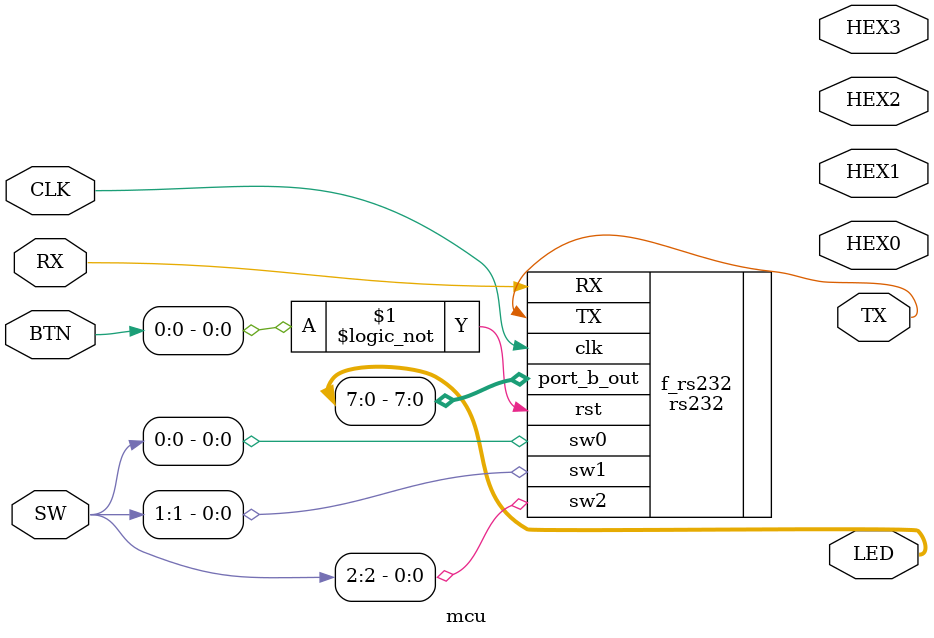
<source format=v>


module mcu(

	//////////// CLOCK //////////
	input CLK,

	//////////// 7-segment decoder //////////
	output [6:0] HEX0,
	output [6:0] HEX1,
	output [6:0] HEX2,
	output [6:0] HEX3,
	
	//////////// LED /////////////
	output [9:0] LED,
	
	//////////// SWITCH //////////
	input [9:0] SW,
	
	//////////// BUTTON //////////
	input [2:0] BTN,
	
	//////////// RS232 ///////////
	input RX,
	output TX
	
);
//*******************************//

rs232 f_rs232(.TX(TX), .RX(RX), .sw2(SW[2]), .sw1(SW[1]), .sw0(SW[0]), .clk(CLK), .rst(!BTN[0]), .port_b_out(LED[7:0]));

//*******************************//

endmodule

</source>
